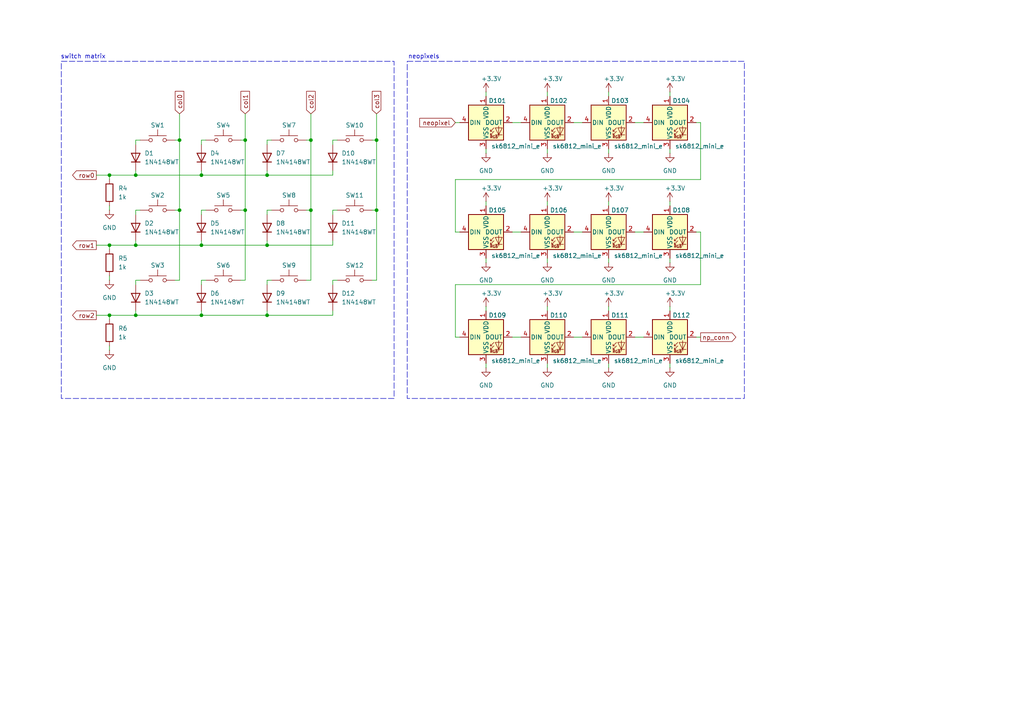
<source format=kicad_sch>
(kicad_sch (version 20231120) (generator "eeschema") (generator_version "8.0")
  (paper "A4")
  (title_block (title "Hackpad Newton") (date "2024-09-15") (rev "0.0.1"))
  (lib_symbols
    (symbol "Device:D" (pin_numbers hide) (pin_names (offset 1.016) hide)
      (property "Reference" "D" (at 0 2.54 0))
      (property "Value" "D" (at 0 -2.54 0))
      (symbol "D_0_1"
        (polyline (pts (xy -1.27 1.27) (xy -1.27 -1.27)) (stroke (width 0.254)))
        (polyline (pts (xy 1.27 0) (xy -1.27 0)))
        (polyline (pts (xy 1.27 1.27) (xy 1.27 -1.27) (xy -1.27 0) (xy 1.27 1.27)) (stroke (width 0.254)))
      )
      (symbol "D_1_1"
        (pin passive line (at -3.81 0 0) (length 2.54) (name "K") (number "1"))
        (pin passive line (at 3.81 0 180) (length 2.54) (name "A") (number "2"))
      )
    )
    (symbol "Device:R" (pin_numbers hide) (pin_names (offset 0))
      (property "Reference" "R" (at 2.032 0 90))
      (property "Value" "R" (at 0 0 90))
      (symbol "R_0_1"
        (rectangle (start -1.016 -2.54) (end 1.016 2.54) (stroke (width 0.254)))
      )
      (symbol "R_1_1"
        (pin passive line (at 0 3.81 270) (length 1.27) (name "~") (number "1"))
        (pin passive line (at 0 -3.81 90) (length 1.27) (name "~") (number "2"))
      )
    )
    (symbol "Switch:SW_Push" (pin_numbers hide) (pin_names (offset 1.016) hide)
      (property "Reference" "SW" (at 1.27 2.54 0))
      (property "Value" "SW_Push" (at 0 -1.524 0))
      (symbol "SW_Push_0_1"
        (circle (center -2.032 0) (radius 0.508))
        (polyline (pts (xy 0 1.27) (xy 0 3.048)))
        (polyline (pts (xy 2.54 1.27) (xy -2.54 1.27)))
        (circle (center 2.032 0) (radius 0.508))
        (pin passive line (at -5.08 0 0) (length 2.54) (name "1") (number "1"))
        (pin passive line (at 5.08 0 180) (length 2.54) (name "2") (number "2"))
      )
    )
    (symbol "neopixel_sk6812_mini_e:sk6812_mini_e" (pin_names (offset 0.254))
      (property "Reference" "D" (at 5.08 5.715 0))
      (property "Value" "sk6812_mini_e" (at 1.27 -5.715 0))
      (symbol "sk6812_mini_e_0_0"
        (text "RGB" (at 2.286 -4.191 0) (effects (font (size 0.762 0.762))))
      )
      (symbol "sk6812_mini_e_0_1"
        (polyline (pts (xy 1.27 -3.556) (xy 1.778 -3.556)))
        (polyline (pts (xy 1.27 -2.54) (xy 1.778 -2.54)))
        (polyline (pts (xy 4.699 -3.556) (xy 2.667 -3.556)))
        (polyline (pts (xy 2.286 -2.54) (xy 1.27 -3.556) (xy 1.27 -3.048)))
        (polyline (pts (xy 2.286 -1.524) (xy 1.27 -2.54) (xy 1.27 -2.032)))
        (polyline (pts (xy 3.683 -1.016) (xy 3.683 -3.556) (xy 3.683 -4.064)))
        (polyline (pts (xy 4.699 -1.524) (xy 2.667 -1.524) (xy 3.683 -3.556) (xy 4.699 -1.524)))
        (rectangle (start 5.08 5.08) (end -5.08 -5.08) (stroke (width 0.254)) (fill (type background)))
      )
      (symbol "sk6812_mini_e_1_1"
        (pin power_in line (at 0 7.62 270) (length 2.54) (name "VDD") (number "1"))
        (pin output line (at 7.62 0 180) (length 2.54) (name "DOUT") (number "2"))
        (pin power_in line (at 0 -7.62 90) (length 2.54) (name "VSS") (number "3"))
        (pin input line (at -7.62 0 0) (length 2.54) (name "DIN") (number "4"))
      )
    )
    (symbol "power:+3.3V" (power) (pin_numbers hide) (pin_names (offset 0) hide)
      (property "Value" "+3.3V" (at 0 3.556 0))
      (symbol "+3.3V_0_1"
        (polyline (pts (xy -0.762 1.27) (xy 0 2.54)))
        (polyline (pts (xy 0 0) (xy 0 2.54)))
        (polyline (pts (xy 0 2.54) (xy 0.762 1.27)))
      )
      (symbol "+3.3V_1_1"
        (pin power_in line (at 0 0 90) (length 0) (name "~") (number "1"))
      )
    )
    (symbol "power:GND" (power) (pin_numbers hide) (pin_names (offset 0) hide)
      (property "Value" "GND" (at 0 -3.81 0))
      (symbol "GND_0_1"
        (polyline (pts (xy 0 0) (xy 0 -1.27) (xy 1.27 -1.27) (xy 0 -2.54) (xy -1.27 -1.27) (xy 0 -1.27)))
      )
      (symbol "GND_1_1"
        (pin power_in line (at 0 0 270) (length 0) (name "~") (number "1"))
      )
    )
  )
  (junction (at 39.37 50.8))
  (junction (at 109.22 60.96))
  (junction (at 31.75 91.44))
  (junction (at 77.47 50.8))
  (junction (at 39.37 91.44))
  (junction (at 39.37 71.12))
  (junction (at 31.75 71.12))
  (junction (at 77.47 91.44))
  (junction (at 71.12 40.64))
  (junction (at 109.22 40.64))
  (junction (at 58.42 50.8))
  (junction (at 90.17 40.64))
  (junction (at 90.17 60.96))
  (junction (at 71.12 60.96))
  (junction (at 58.42 71.12))
  (junction (at 52.07 40.64))
  (junction (at 31.75 50.8))
  (junction (at 77.47 71.12))
  (junction (at 52.07 60.96))
  (junction (at 58.42 91.44))
  (wire (pts (xy 39.37 90.17) (xy 39.37 91.44)))
  (wire (pts (xy 140.97 74.93) (xy 140.97 76.2)))
  (wire (pts (xy 50.8 81.28) (xy 52.07 81.28)))
  (wire (pts (xy 132.08 52.07) (xy 203.2 52.07)))
  (wire (pts (xy 50.8 60.96) (xy 52.07 60.96)))
  (wire (pts (xy 158.75 105.41) (xy 158.75 106.68)))
  (wire (pts (xy 109.22 40.64) (xy 109.22 60.96)))
  (wire (pts (xy 96.52 69.85) (xy 96.52 71.12)))
  (wire (pts (xy 166.37 67.31) (xy 168.91 67.31)))
  (wire (pts (xy 58.42 90.17) (xy 58.42 91.44)))
  (wire (pts (xy 52.07 33.02) (xy 52.07 40.64)))
  (wire (pts (xy 78.74 40.64) (xy 77.47 40.64)))
  (wire (pts (xy 39.37 71.12) (xy 58.42 71.12)))
  (wire (pts (xy 31.75 91.44) (xy 31.75 92.71)))
  (wire (pts (xy 158.75 43.18) (xy 158.75 44.45)))
  (wire (pts (xy 132.08 97.79) (xy 133.35 97.79)))
  (wire (pts (xy 109.22 60.96) (xy 109.22 81.28)))
  (wire (pts (xy 77.47 69.85) (xy 77.47 71.12)))
  (wire (pts (xy 71.12 60.96) (xy 71.12 81.28)))
  (wire (pts (xy 203.2 67.31) (xy 203.2 82.55)))
  (wire (pts (xy 90.17 40.64) (xy 90.17 60.96)))
  (wire (pts (xy 58.42 81.28) (xy 58.42 82.55)))
  (wire (pts (xy 39.37 50.8) (xy 58.42 50.8)))
  (wire (pts (xy 31.75 71.12) (xy 39.37 71.12)))
  (wire (pts (xy 97.79 81.28) (xy 96.52 81.28)))
  (wire (pts (xy 58.42 71.12) (xy 77.47 71.12)))
  (wire (pts (xy 39.37 49.53) (xy 39.37 50.8)))
  (wire (pts (xy 132.08 35.56) (xy 133.35 35.56)))
  (wire (pts (xy 158.75 58.42) (xy 158.75 59.69)))
  (wire (pts (xy 69.85 40.64) (xy 71.12 40.64)))
  (wire (pts (xy 69.85 81.28) (xy 71.12 81.28)))
  (wire (pts (xy 39.37 81.28) (xy 39.37 82.55)))
  (wire (pts (xy 58.42 40.64) (xy 58.42 41.91)))
  (wire (pts (xy 69.85 60.96) (xy 71.12 60.96)))
  (wire (pts (xy 58.42 91.44) (xy 77.47 91.44)))
  (wire (pts (xy 96.52 60.96) (xy 96.52 62.23)))
  (wire (pts (xy 184.15 97.79) (xy 186.69 97.79)))
  (wire (pts (xy 59.69 40.64) (xy 58.42 40.64)))
  (wire (pts (xy 78.74 81.28) (xy 77.47 81.28)))
  (wire (pts (xy 158.75 88.9) (xy 158.75 90.17)))
  (wire (pts (xy 96.52 90.17) (xy 96.52 91.44)))
  (wire (pts (xy 203.2 97.79) (xy 201.93 97.79)))
  (wire (pts (xy 90.17 60.96) (xy 90.17 81.28)))
  (wire (pts (xy 132.08 67.31) (xy 133.35 67.31)))
  (wire (pts (xy 140.97 58.42) (xy 140.97 59.69)))
  (wire (pts (xy 58.42 69.85) (xy 58.42 71.12)))
  (wire (pts (xy 194.31 43.18) (xy 194.31 44.45)))
  (wire (pts (xy 52.07 60.96) (xy 52.07 81.28)))
  (wire (pts (xy 194.31 88.9) (xy 194.31 90.17)))
  (wire (pts (xy 31.75 100.33) (xy 31.75 101.6)))
  (wire (pts (xy 50.8 40.64) (xy 52.07 40.64)))
  (wire (pts (xy 107.95 81.28) (xy 109.22 81.28)))
  (wire (pts (xy 158.75 26.67) (xy 158.75 27.94)))
  (wire (pts (xy 140.97 105.41) (xy 140.97 106.68)))
  (wire (pts (xy 184.15 35.56) (xy 186.69 35.56)))
  (wire (pts (xy 107.95 60.96) (xy 109.22 60.96)))
  (wire (pts (xy 77.47 50.8) (xy 96.52 50.8)))
  (wire (pts (xy 107.95 40.64) (xy 109.22 40.64)))
  (wire (pts (xy 166.37 35.56) (xy 168.91 35.56)))
  (wire (pts (xy 77.47 90.17) (xy 77.47 91.44)))
  (wire (pts (xy 31.75 59.69) (xy 31.75 60.96)))
  (wire (pts (xy 203.2 35.56) (xy 201.93 35.56)))
  (wire (pts (xy 77.47 49.53) (xy 77.47 50.8)))
  (wire (pts (xy 176.53 58.42) (xy 176.53 59.69)))
  (wire (pts (xy 97.79 60.96) (xy 96.52 60.96)))
  (wire (pts (xy 27.94 50.8) (xy 31.75 50.8)))
  (wire (pts (xy 96.52 81.28) (xy 96.52 82.55)))
  (wire (pts (xy 58.42 49.53) (xy 58.42 50.8)))
  (wire (pts (xy 31.75 80.01) (xy 31.75 81.28)))
  (wire (pts (xy 58.42 60.96) (xy 58.42 62.23)))
  (wire (pts (xy 166.37 97.79) (xy 168.91 97.79)))
  (wire (pts (xy 39.37 60.96) (xy 39.37 62.23)))
  (wire (pts (xy 176.53 105.41) (xy 176.53 106.68)))
  (wire (pts (xy 158.75 74.93) (xy 158.75 76.2)))
  (wire (pts (xy 194.31 26.67) (xy 194.31 27.94)))
  (wire (pts (xy 176.53 26.67) (xy 176.53 27.94)))
  (wire (pts (xy 31.75 50.8) (xy 39.37 50.8)))
  (wire (pts (xy 194.31 105.41) (xy 194.31 106.68)))
  (wire (pts (xy 140.97 88.9) (xy 140.97 90.17)))
  (wire (pts (xy 77.47 71.12) (xy 96.52 71.12)))
  (wire (pts (xy 39.37 91.44) (xy 58.42 91.44)))
  (wire (pts (xy 176.53 74.93) (xy 176.53 76.2)))
  (wire (pts (xy 39.37 40.64) (xy 39.37 41.91)))
  (wire (pts (xy 140.97 43.18) (xy 140.97 44.45)))
  (wire (pts (xy 71.12 40.64) (xy 71.12 60.96)))
  (wire (pts (xy 71.12 33.02) (xy 71.12 40.64)))
  (wire (pts (xy 203.2 52.07) (xy 203.2 35.56)))
  (wire (pts (xy 132.08 67.31) (xy 132.08 52.07)))
  (wire (pts (xy 40.64 60.96) (xy 39.37 60.96)))
  (wire (pts (xy 59.69 81.28) (xy 58.42 81.28)))
  (wire (pts (xy 31.75 71.12) (xy 31.75 72.39)))
  (wire (pts (xy 148.59 35.56) (xy 151.13 35.56)))
  (wire (pts (xy 176.53 43.18) (xy 176.53 44.45)))
  (wire (pts (xy 77.47 60.96) (xy 77.47 62.23)))
  (wire (pts (xy 31.75 91.44) (xy 39.37 91.44)))
  (wire (pts (xy 52.07 40.64) (xy 52.07 60.96)))
  (wire (pts (xy 90.17 33.02) (xy 90.17 40.64)))
  (wire (pts (xy 176.53 88.9) (xy 176.53 90.17)))
  (wire (pts (xy 148.59 97.79) (xy 151.13 97.79)))
  (wire (pts (xy 39.37 69.85) (xy 39.37 71.12)))
  (wire (pts (xy 27.94 71.12) (xy 31.75 71.12)))
  (wire (pts (xy 40.64 81.28) (xy 39.37 81.28)))
  (wire (pts (xy 96.52 40.64) (xy 96.52 41.91)))
  (wire (pts (xy 40.64 40.64) (xy 39.37 40.64)))
  (wire (pts (xy 77.47 40.64) (xy 77.47 41.91)))
  (wire (pts (xy 88.9 40.64) (xy 90.17 40.64)))
  (wire (pts (xy 203.2 82.55) (xy 132.08 82.55)))
  (wire (pts (xy 148.59 67.31) (xy 151.13 67.31)))
  (wire (pts (xy 78.74 60.96) (xy 77.47 60.96)))
  (wire (pts (xy 58.42 50.8) (xy 77.47 50.8)))
  (wire (pts (xy 27.94 91.44) (xy 31.75 91.44)))
  (wire (pts (xy 77.47 91.44) (xy 96.52 91.44)))
  (wire (pts (xy 88.9 60.96) (xy 90.17 60.96)))
  (wire (pts (xy 203.2 67.31) (xy 201.93 67.31)))
  (wire (pts (xy 77.47 81.28) (xy 77.47 82.55)))
  (wire (pts (xy 88.9 81.28) (xy 90.17 81.28)))
  (wire (pts (xy 132.08 82.55) (xy 132.08 97.79)))
  (wire (pts (xy 31.75 50.8) (xy 31.75 52.07)))
  (wire (pts (xy 184.15 67.31) (xy 186.69 67.31)))
  (wire (pts (xy 140.97 26.67) (xy 140.97 27.94)))
  (wire (pts (xy 109.22 33.02) (xy 109.22 40.64)))
  (wire (pts (xy 97.79 40.64) (xy 96.52 40.64)))
  (wire (pts (xy 96.52 49.53) (xy 96.52 50.8)))
  (wire (pts (xy 194.31 74.93) (xy 194.31 76.2)))
  (wire (pts (xy 59.69 60.96) (xy 58.42 60.96)))
  (wire (pts (xy 194.31 58.42) (xy 194.31 59.69)))
  (rectangle (start 17.78 17.78) (end 114.3 115.57) (stroke (width 0) (type dash)))
  (rectangle (start 118.11 17.78) (end 215.9 115.57) (stroke (width 0) (type dash)))
  (text "neopixels" (at 122.936 16.51 0) (effects (font (size 1.27 1.27))))
  (text "switch matrix" (at 24.13 16.51 0) (effects (font (size 1.27 1.27))))
  (global_label "row1" (shape output) (at 27.94 71.12 180) (property "Intersheetrefs" "${INTERSHEET_REFS}" (effects (hide yes))))
  (global_label "row2" (shape output) (at 27.94 91.44 180) (property "Intersheetrefs" "${INTERSHEET_REFS}" (effects (hide yes))))
  (global_label "np_conn" (shape output) (at 203.2 97.79 0) (property "Intersheetrefs" "${INTERSHEET_REFS}" (effects (hide yes))))
  (global_label "row0" (shape output) (at 27.94 50.8 180) (property "Intersheetrefs" "${INTERSHEET_REFS}" (effects (hide yes))))
  (global_label "col1" (shape input) (at 71.12 33.02 90) (property "Intersheetrefs" "${INTERSHEET_REFS}" (effects (hide yes))))
  (global_label "col2" (shape input) (at 90.17 33.02 90) (property "Intersheetrefs" "${INTERSHEET_REFS}" (effects (hide yes))))
  (global_label "col0" (shape input) (at 52.07 33.02 90) (property "Intersheetrefs" "${INTERSHEET_REFS}" (effects (hide yes))))
  (global_label "col3" (shape input) (at 109.22 33.02 90) (property "Intersheetrefs" "${INTERSHEET_REFS}" (effects (hide yes))))
  (global_label "neopixel" (shape input) (at 132.08 35.56 180) (property "Intersheetrefs" "${INTERSHEET_REFS}" (effects (hide yes))))
  (symbol (lib_id "Switch:SW_Push") (at 45.72 60.96 0) (unit 1)
    (property "Reference" "SW2" (at 45.72 56.642 0))
    (property "Value" "Cherry MX Red Silent" (effects (hide yes)))
    (property "Footprint" "kailh_mx:SW_Cherry_MX_PCB" (effects (hide yes)))
    (property "Description" "Push button switch, generic, two pins" (effects (hide yes)))
  )
  (symbol (lib_id "power:+3.3V") (at 158.75 26.67 0) (unit 1)
    (property "Reference" "#PWR031" (effects (hide yes)))
    (property "Value" "+3.3V" (at 160.274 22.86 0))
    (property "Description" "Power symbol creates a global label with name \"+3.3V\"" (effects (hide yes)))
  )
  (symbol (lib_id "power:GND") (at 140.97 44.45 0) (unit 1)
    (property "Reference" "#PWR010" (effects (hide yes)))
    (property "Value" "GND" (at 140.97 49.53 0))
    (property "Description" "Power symbol creates a global label with name \"GND\" , ground" (effects (hide yes)))
  )
  (symbol (lib_id "Device:D") (at 39.37 66.04 90) (unit 1)
    (property "Reference" "D2" (at 41.91 64.7699 90) (effects (justify right)))
    (property "Value" "1N4148WT" (at 41.91 67.3099 90) (effects (justify right)))
    (property "Footprint" "Diode_SMD:D_SOD-523" (effects (hide yes)))
    (property "Description" "Diode" (effects (hide yes)))
    (property "Sim.Device" "D" (effects (hide yes)))
    (property "Sim.Pins" "1=K 2=A" (effects (hide yes)))
  )
  (symbol (lib_id "neopixel_sk6812_mini_e:sk6812_mini_e") (at 194.31 67.31 0) (unit 1)
    (property "Reference" "D108" (at 197.612 60.96 0))
    (property "Value" "sk6812_mini_e" (at 202.946 74.168 0))
    (property "Footprint" "neopixel_sk6812_mini_e:sk6812_mini_e" (effects (hide yes)))
    (property "Datasheet" "https://cdn-shop.adafruit.com/product-files/4960/4960_SK6812MINI-E_REV02_EN.pdf" (effects (hide yes)))
    (property "Description" "RGB LED with integrated controller" (effects (hide yes)))
  )
  (symbol (lib_id "Switch:SW_Push") (at 83.82 81.28 0) (unit 1)
    (property "Reference" "SW9" (at 83.82 76.962 0))
    (property "Value" "Cherry MX Red Silent" (effects (hide yes)))
    (property "Footprint" "kailh_mx:SW_Cherry_MX_PCB" (effects (hide yes)))
    (property "Description" "Push button switch, generic, two pins" (effects (hide yes)))
  )
  (symbol (lib_id "Device:D") (at 39.37 86.36 90) (unit 1)
    (property "Reference" "D3" (at 41.91 85.0899 90) (effects (justify right)))
    (property "Value" "1N4148WT" (at 41.91 87.6299 90) (effects (justify right)))
    (property "Footprint" "Diode_SMD:D_SOD-523" (effects (hide yes)))
    (property "Description" "Diode" (effects (hide yes)))
    (property "Sim.Device" "D" (effects (hide yes)))
    (property "Sim.Pins" "1=K 2=A" (effects (hide yes)))
  )
  (symbol (lib_id "power:+3.3V") (at 176.53 58.42 0) (unit 1)
    (property "Reference" "#PWR013" (effects (hide yes)))
    (property "Value" "+3.3V" (at 178.054 54.61 0))
    (property "Description" "Power symbol creates a global label with name \"+3.3V\"" (effects (hide yes)))
  )
  (symbol (lib_id "power:GND") (at 158.75 106.68 0) (unit 1)
    (property "Reference" "#PWR027" (effects (hide yes)))
    (property "Value" "GND" (at 158.75 111.76 0))
    (property "Description" "Power symbol creates a global label with name \"GND\" , ground" (effects (hide yes)))
  )
  (symbol (lib_id "power:+3.3V") (at 158.75 58.42 0) (unit 1)
    (property "Reference" "#PWR012" (effects (hide yes)))
    (property "Value" "+3.3V" (at 160.274 54.61 0))
    (property "Description" "Power symbol creates a global label with name \"+3.3V\"" (effects (hide yes)))
  )
  (symbol (lib_id "power:+3.3V") (at 140.97 58.42 0) (unit 1)
    (property "Reference" "#PWR011" (effects (hide yes)))
    (property "Value" "+3.3V" (at 142.494 54.61 0))
    (property "Description" "Power symbol creates a global label with name \"+3.3V\"" (effects (hide yes)))
  )
  (symbol (lib_id "power:GND") (at 194.31 106.68 0) (unit 1)
    (property "Reference" "#PWR029" (effects (hide yes)))
    (property "Value" "GND" (at 194.31 111.76 0))
    (property "Description" "Power symbol creates a global label with name \"GND\" , ground" (effects (hide yes)))
  )
  (symbol (lib_id "power:+3.3V") (at 194.31 88.9 0) (unit 1)
    (property "Reference" "#PWR018" (effects (hide yes)))
    (property "Value" "+3.3V" (at 195.834 85.09 0))
    (property "Description" "Power symbol creates a global label with name \"+3.3V\"" (effects (hide yes)))
  )
  (symbol (lib_id "neopixel_sk6812_mini_e:sk6812_mini_e") (at 158.75 67.31 0) (unit 1)
    (property "Reference" "D106" (at 162.052 60.96 0))
    (property "Value" "sk6812_mini_e" (at 167.386 74.168 0))
    (property "Footprint" "neopixel_sk6812_mini_e:sk6812_mini_e" (effects (hide yes)))
    (property "Datasheet" "https://cdn-shop.adafruit.com/product-files/4960/4960_SK6812MINI-E_REV02_EN.pdf" (effects (hide yes)))
    (property "Description" "RGB LED with integrated controller" (effects (hide yes)))
  )
  (symbol (lib_id "Device:R") (at 31.75 96.52 0) (unit 1)
    (property "Reference" "R6" (at 34.29 95.2499 0) (effects (justify left)))
    (property "Value" "1k" (at 34.29 97.7899 0) (effects (justify left)))
    (property "Footprint" "Resistor_SMD:R_0805_2012Metric_Pad1.20x1.40mm_HandSolder" (effects (hide yes)))
    (property "Description" "Resistor" (effects (hide yes)))
  )
  (symbol (lib_id "Device:D") (at 77.47 45.72 90) (unit 1)
    (property "Reference" "D7" (at 80.01 44.4499 90) (effects (justify right)))
    (property "Value" "1N4148WT" (at 80.01 46.9899 90) (effects (justify right)))
    (property "Footprint" "Diode_SMD:D_SOD-523" (effects (hide yes)))
    (property "Description" "Diode" (effects (hide yes)))
    (property "Sim.Device" "D" (effects (hide yes)))
    (property "Sim.Pins" "1=K 2=A" (effects (hide yes)))
  )
  (symbol (lib_id "Device:D") (at 96.52 45.72 90) (unit 1)
    (property "Reference" "D10" (at 99.06 44.4499 90) (effects (justify right)))
    (property "Value" "1N4148WT" (at 99.06 46.9899 90) (effects (justify right)))
    (property "Footprint" "Diode_SMD:D_SOD-523" (effects (hide yes)))
    (property "Description" "Diode" (effects (hide yes)))
    (property "Sim.Device" "D" (effects (hide yes)))
    (property "Sim.Pins" "1=K 2=A" (effects (hide yes)))
  )
  (symbol (lib_id "power:GND") (at 158.75 44.45 0) (unit 1)
    (property "Reference" "#PWR019" (effects (hide yes)))
    (property "Value" "GND" (at 158.75 49.53 0))
    (property "Description" "Power symbol creates a global label with name \"GND\" , ground" (effects (hide yes)))
  )
  (symbol (lib_id "power:GND") (at 140.97 106.68 0) (unit 1)
    (property "Reference" "#PWR026" (effects (hide yes)))
    (property "Value" "GND" (at 140.97 111.76 0))
    (property "Description" "Power symbol creates a global label with name \"GND\" , ground" (effects (hide yes)))
  )
  (symbol (lib_id "power:+3.3V") (at 140.97 88.9 0) (unit 1)
    (property "Reference" "#PWR015" (effects (hide yes)))
    (property "Value" "+3.3V" (at 142.494 85.09 0))
    (property "Description" "Power symbol creates a global label with name \"+3.3V\"" (effects (hide yes)))
  )
  (symbol (lib_id "Switch:SW_Push") (at 64.77 81.28 0) (unit 1)
    (property "Reference" "SW6" (at 64.77 76.962 0))
    (property "Value" "Cherry MX Red Silent" (effects (hide yes)))
    (property "Footprint" "kailh_mx:SW_Cherry_MX_PCB" (effects (hide yes)))
    (property "Description" "Push button switch, generic, two pins" (effects (hide yes)))
  )
  (symbol (lib_id "Switch:SW_Push") (at 45.72 40.64 0) (unit 1)
    (property "Reference" "SW1" (at 45.72 36.322 0))
    (property "Value" "Cherry MX Red Silent" (effects (hide yes)))
    (property "Footprint" "kailh_mx:SW_Cherry_MX_PCB" (effects (hide yes)))
    (property "Description" "Push button switch, generic, two pins" (effects (hide yes)))
  )
  (symbol (lib_id "neopixel_sk6812_mini_e:sk6812_mini_e") (at 140.97 35.56 0) (unit 1)
    (property "Reference" "D101" (at 144.272 29.21 0))
    (property "Value" "sk6812_mini_e" (at 149.606 42.418 0))
    (property "Footprint" "neopixel_sk6812_mini_e:sk6812_mini_e" (effects (hide yes)))
    (property "Datasheet" "https://cdn-shop.adafruit.com/product-files/4960/4960_SK6812MINI-E_REV02_EN.pdf" (effects (hide yes)))
    (property "Description" "RGB LED with integrated controller" (effects (hide yes)))
  )
  (symbol (lib_id "neopixel_sk6812_mini_e:sk6812_mini_e") (at 194.31 97.79 0) (unit 1)
    (property "Reference" "D112" (at 197.612 91.44 0))
    (property "Value" "sk6812_mini_e" (at 202.946 104.648 0))
    (property "Footprint" "neopixel_sk6812_mini_e:sk6812_mini_e" (effects (hide yes)))
    (property "Datasheet" "https://cdn-shop.adafruit.com/product-files/4960/4960_SK6812MINI-E_REV02_EN.pdf" (effects (hide yes)))
    (property "Description" "RGB LED with integrated controller" (effects (hide yes)))
  )
  (symbol (lib_id "Device:D") (at 77.47 86.36 90) (unit 1)
    (property "Reference" "D9" (at 80.01 85.0899 90) (effects (justify right)))
    (property "Value" "1N4148WT" (at 80.01 87.6299 90) (effects (justify right)))
    (property "Footprint" "Diode_SMD:D_SOD-523" (effects (hide yes)))
    (property "Description" "Diode" (effects (hide yes)))
    (property "Sim.Device" "D" (effects (hide yes)))
    (property "Sim.Pins" "1=K 2=A" (effects (hide yes)))
  )
  (symbol (lib_id "power:+3.3V") (at 140.97 26.67 0) (unit 1)
    (property "Reference" "#PWR030" (effects (hide yes)))
    (property "Value" "+3.3V" (at 142.494 22.86 0))
    (property "Description" "Power symbol creates a global label with name \"+3.3V\"" (effects (hide yes)))
  )
  (symbol (lib_id "power:GND") (at 194.31 76.2 0) (unit 1)
    (property "Reference" "#PWR025" (effects (hide yes)))
    (property "Value" "GND" (at 194.31 81.28 0))
    (property "Description" "Power symbol creates a global label with name \"GND\" , ground" (effects (hide yes)))
  )
  (symbol (lib_id "power:+3.3V") (at 158.75 88.9 0) (unit 1)
    (property "Reference" "#PWR016" (effects (hide yes)))
    (property "Value" "+3.3V" (at 160.274 85.09 0))
    (property "Description" "Power symbol creates a global label with name \"+3.3V\"" (effects (hide yes)))
  )
  (symbol (lib_id "power:GND") (at 31.75 81.28 0) (unit 1)
    (property "Reference" "#PWR043" (effects (hide yes)))
    (property "Value" "GND" (at 31.75 86.36 0))
    (property "Description" "Power symbol creates a global label with name \"GND\" , ground" (effects (hide yes)))
  )
  (symbol (lib_id "Device:D") (at 39.37 45.72 90) (unit 1)
    (property "Reference" "D1" (at 41.91 44.4499 90) (effects (justify right)))
    (property "Value" "1N4148WT" (at 41.91 46.9899 90) (effects (justify right)))
    (property "Footprint" "Diode_SMD:D_SOD-523" (effects (hide yes)))
    (property "Description" "Diode" (effects (hide yes)))
    (property "Sim.Device" "D" (effects (hide yes)))
    (property "Sim.Pins" "1=K 2=A" (effects (hide yes)))
  )
  (symbol (lib_id "power:GND") (at 176.53 76.2 0) (unit 1)
    (property "Reference" "#PWR024" (effects (hide yes)))
    (property "Value" "GND" (at 176.53 81.28 0))
    (property "Description" "Power symbol creates a global label with name \"GND\" , ground" (effects (hide yes)))
  )
  (symbol (lib_id "power:GND") (at 176.53 106.68 0) (unit 1)
    (property "Reference" "#PWR028" (effects (hide yes)))
    (property "Value" "GND" (at 176.53 111.76 0))
    (property "Description" "Power symbol creates a global label with name \"GND\" , ground" (effects (hide yes)))
  )
  (symbol (lib_id "power:GND") (at 31.75 101.6 0) (unit 1)
    (property "Reference" "#PWR042" (effects (hide yes)))
    (property "Value" "GND" (at 31.75 106.68 0))
    (property "Description" "Power symbol creates a global label with name \"GND\" , ground" (effects (hide yes)))
  )
  (symbol (lib_id "neopixel_sk6812_mini_e:sk6812_mini_e") (at 158.75 97.79 0) (unit 1)
    (property "Reference" "D110" (at 162.052 91.44 0))
    (property "Value" "sk6812_mini_e" (at 167.386 104.648 0))
    (property "Footprint" "neopixel_sk6812_mini_e:sk6812_mini_e" (effects (hide yes)))
    (property "Datasheet" "https://cdn-shop.adafruit.com/product-files/4960/4960_SK6812MINI-E_REV02_EN.pdf" (effects (hide yes)))
    (property "Description" "RGB LED with integrated controller" (effects (hide yes)))
  )
  (symbol (lib_id "Switch:SW_Push") (at 102.87 60.96 0) (unit 1)
    (property "Reference" "SW11" (at 102.87 56.642 0))
    (property "Value" "Cherry MX Red Silent" (effects (hide yes)))
    (property "Footprint" "kailh_mx:SW_Cherry_MX_PCB" (effects (hide yes)))
    (property "Description" "Push button switch, generic, two pins" (effects (hide yes)))
  )
  (symbol (lib_id "power:+3.3V") (at 194.31 26.67 0) (unit 1)
    (property "Reference" "#PWR033" (effects (hide yes)))
    (property "Value" "+3.3V" (at 195.834 22.86 0))
    (property "Description" "Power symbol creates a global label with name \"+3.3V\"" (effects (hide yes)))
  )
  (symbol (lib_id "Device:D") (at 96.52 66.04 90) (unit 1)
    (property "Reference" "D11" (at 99.06 64.7699 90) (effects (justify right)))
    (property "Value" "1N4148WT" (at 99.06 67.3099 90) (effects (justify right)))
    (property "Footprint" "Diode_SMD:D_SOD-523" (effects (hide yes)))
    (property "Description" "Diode" (effects (hide yes)))
    (property "Sim.Device" "D" (effects (hide yes)))
    (property "Sim.Pins" "1=K 2=A" (effects (hide yes)))
  )
  (symbol (lib_id "Switch:SW_Push") (at 45.72 81.28 0) (unit 1)
    (property "Reference" "SW3" (at 45.72 76.962 0))
    (property "Value" "Cherry MX Red Silent" (effects (hide yes)))
    (property "Footprint" "kailh_mx:SW_Cherry_MX_PCB" (effects (hide yes)))
    (property "Description" "Push button switch, generic, two pins" (effects (hide yes)))
  )
  (symbol (lib_id "power:GND") (at 140.97 76.2 0) (unit 1)
    (property "Reference" "#PWR022" (effects (hide yes)))
    (property "Value" "GND" (at 140.97 81.28 0))
    (property "Description" "Power symbol creates a global label with name \"GND\" , ground" (effects (hide yes)))
  )
  (symbol (lib_id "power:GND") (at 194.31 44.45 0) (unit 1)
    (property "Reference" "#PWR021" (effects (hide yes)))
    (property "Value" "GND" (at 194.31 49.53 0))
    (property "Description" "Power symbol creates a global label with name \"GND\" , ground" (effects (hide yes)))
  )
  (symbol (lib_id "Device:D") (at 58.42 45.72 90) (unit 1)
    (property "Reference" "D4" (at 60.96 44.4499 90) (effects (justify right)))
    (property "Value" "1N4148WT" (at 60.96 46.9899 90) (effects (justify right)))
    (property "Footprint" "Diode_SMD:D_SOD-523" (effects (hide yes)))
    (property "Description" "Diode" (effects (hide yes)))
    (property "Sim.Device" "D" (effects (hide yes)))
    (property "Sim.Pins" "1=K 2=A" (effects (hide yes)))
  )
  (symbol (lib_id "Device:D") (at 58.42 86.36 90) (unit 1)
    (property "Reference" "D6" (at 60.96 85.0899 90) (effects (justify right)))
    (property "Value" "1N4148WT" (at 60.96 87.6299 90) (effects (justify right)))
    (property "Footprint" "Diode_SMD:D_SOD-523" (effects (hide yes)))
    (property "Description" "Diode" (effects (hide yes)))
    (property "Sim.Device" "D" (effects (hide yes)))
    (property "Sim.Pins" "1=K 2=A" (effects (hide yes)))
  )
  (symbol (lib_id "neopixel_sk6812_mini_e:sk6812_mini_e") (at 140.97 97.79 0) (unit 1)
    (property "Reference" "D109" (at 144.272 91.44 0))
    (property "Value" "sk6812_mini_e" (at 149.606 104.648 0))
    (property "Footprint" "neopixel_sk6812_mini_e:sk6812_mini_e" (effects (hide yes)))
    (property "Datasheet" "https://cdn-shop.adafruit.com/product-files/4960/4960_SK6812MINI-E_REV02_EN.pdf" (effects (hide yes)))
    (property "Description" "RGB LED with integrated controller" (effects (hide yes)))
  )
  (symbol (lib_id "Switch:SW_Push") (at 102.87 81.28 0) (unit 1)
    (property "Reference" "SW12" (at 102.87 76.962 0))
    (property "Value" "Cherry MX Red Silent" (effects (hide yes)))
    (property "Footprint" "kailh_mx:SW_Cherry_MX_PCB" (effects (hide yes)))
    (property "Description" "Push button switch, generic, two pins" (effects (hide yes)))
  )
  (symbol (lib_id "Device:D") (at 58.42 66.04 90) (unit 1)
    (property "Reference" "D5" (at 60.96 64.7699 90) (effects (justify right)))
    (property "Value" "1N4148WT" (at 60.96 67.3099 90) (effects (justify right)))
    (property "Footprint" "Diode_SMD:D_SOD-523" (effects (hide yes)))
    (property "Description" "Diode" (effects (hide yes)))
    (property "Sim.Device" "D" (effects (hide yes)))
    (property "Sim.Pins" "1=K 2=A" (effects (hide yes)))
  )
  (symbol (lib_id "neopixel_sk6812_mini_e:sk6812_mini_e") (at 176.53 35.56 0) (unit 1)
    (property "Reference" "D103" (at 179.832 29.21 0))
    (property "Value" "sk6812_mini_e" (at 185.166 42.418 0))
    (property "Footprint" "neopixel_sk6812_mini_e:sk6812_mini_e" (effects (hide yes)))
    (property "Datasheet" "https://cdn-shop.adafruit.com/product-files/4960/4960_SK6812MINI-E_REV02_EN.pdf" (effects (hide yes)))
    (property "Description" "RGB LED with integrated controller" (effects (hide yes)))
  )
  (symbol (lib_id "neopixel_sk6812_mini_e:sk6812_mini_e") (at 158.75 35.56 0) (unit 1)
    (property "Reference" "D102" (at 162.052 29.21 0))
    (property "Value" "sk6812_mini_e" (at 167.386 42.418 0))
    (property "Footprint" "neopixel_sk6812_mini_e:sk6812_mini_e" (effects (hide yes)))
    (property "Datasheet" "https://cdn-shop.adafruit.com/product-files/4960/4960_SK6812MINI-E_REV02_EN.pdf" (effects (hide yes)))
    (property "Description" "RGB LED with integrated controller" (effects (hide yes)))
  )
  (symbol (lib_id "Device:D") (at 96.52 86.36 90) (unit 1)
    (property "Reference" "D12" (at 99.06 85.0899 90) (effects (justify right)))
    (property "Value" "1N4148WT" (at 99.06 87.6299 90) (effects (justify right)))
    (property "Footprint" "Diode_SMD:D_SOD-523" (effects (hide yes)))
    (property "Description" "Diode" (effects (hide yes)))
    (property "Sim.Device" "D" (effects (hide yes)))
    (property "Sim.Pins" "1=K 2=A" (effects (hide yes)))
  )
  (symbol (lib_id "neopixel_sk6812_mini_e:sk6812_mini_e") (at 176.53 67.31 0) (unit 1)
    (property "Reference" "D107" (at 179.832 60.96 0))
    (property "Value" "sk6812_mini_e" (at 185.166 74.168 0))
    (property "Footprint" "neopixel_sk6812_mini_e:sk6812_mini_e" (effects (hide yes)))
    (property "Datasheet" "https://cdn-shop.adafruit.com/product-files/4960/4960_SK6812MINI-E_REV02_EN.pdf" (effects (hide yes)))
    (property "Description" "RGB LED with integrated controller" (effects (hide yes)))
  )
  (symbol (lib_id "Switch:SW_Push") (at 83.82 40.64 0) (unit 1)
    (property "Reference" "SW7" (at 83.82 36.322 0))
    (property "Value" "Cherry MX Red Silent" (effects (hide yes)))
    (property "Footprint" "kailh_mx:SW_Cherry_MX_PCB" (effects (hide yes)))
    (property "Description" "Push button switch, generic, two pins" (effects (hide yes)))
  )
  (symbol (lib_id "Switch:SW_Push") (at 83.82 60.96 0) (unit 1)
    (property "Reference" "SW8" (at 83.82 56.642 0))
    (property "Value" "Cherry MX Red Silent" (effects (hide yes)))
    (property "Footprint" "kailh_mx:SW_Cherry_MX_PCB" (effects (hide yes)))
    (property "Description" "Push button switch, generic, two pins" (effects (hide yes)))
  )
  (symbol (lib_id "power:GND") (at 158.75 76.2 0) (unit 1)
    (property "Reference" "#PWR023" (effects (hide yes)))
    (property "Value" "GND" (at 158.75 81.28 0))
    (property "Description" "Power symbol creates a global label with name \"GND\" , ground" (effects (hide yes)))
  )
  (symbol (lib_id "Switch:SW_Push") (at 64.77 60.96 0) (unit 1)
    (property "Reference" "SW5" (at 64.77 56.642 0))
    (property "Value" "Cherry MX Red Silent" (effects (hide yes)))
    (property "Footprint" "kailh_mx:SW_Cherry_MX_PCB" (effects (hide yes)))
    (property "Description" "Push button switch, generic, two pins" (effects (hide yes)))
  )
  (symbol (lib_id "neopixel_sk6812_mini_e:sk6812_mini_e") (at 176.53 97.79 0) (unit 1)
    (property "Reference" "D111" (at 179.832 91.44 0))
    (property "Value" "sk6812_mini_e" (at 185.166 104.648 0))
    (property "Footprint" "neopixel_sk6812_mini_e:sk6812_mini_e" (effects (hide yes)))
    (property "Datasheet" "https://cdn-shop.adafruit.com/product-files/4960/4960_SK6812MINI-E_REV02_EN.pdf" (effects (hide yes)))
    (property "Description" "RGB LED with integrated controller" (effects (hide yes)))
  )
  (symbol (lib_id "Device:R") (at 31.75 76.2 0) (unit 1)
    (property "Reference" "R5" (at 34.29 74.9299 0) (effects (justify left)))
    (property "Value" "1k" (at 34.29 77.4699 0) (effects (justify left)))
    (property "Footprint" "Resistor_SMD:R_0805_2012Metric_Pad1.20x1.40mm_HandSolder" (effects (hide yes)))
    (property "Description" "Resistor" (effects (hide yes)))
  )
  (symbol (lib_id "power:GND") (at 31.75 60.96 0) (unit 1)
    (property "Reference" "#PWR044" (effects (hide yes)))
    (property "Value" "GND" (at 31.75 66.04 0))
    (property "Description" "Power symbol creates a global label with name \"GND\" , ground" (effects (hide yes)))
  )
  (symbol (lib_id "power:GND") (at 176.53 44.45 0) (unit 1)
    (property "Reference" "#PWR020" (effects (hide yes)))
    (property "Value" "GND" (at 176.53 49.53 0))
    (property "Description" "Power symbol creates a global label with name \"GND\" , ground" (effects (hide yes)))
  )
  (symbol (lib_id "neopixel_sk6812_mini_e:sk6812_mini_e") (at 140.97 67.31 0) (unit 1)
    (property "Reference" "D105" (at 144.272 60.96 0))
    (property "Value" "sk6812_mini_e" (at 149.606 74.168 0))
    (property "Footprint" "neopixel_sk6812_mini_e:sk6812_mini_e" (effects (hide yes)))
    (property "Datasheet" "https://cdn-shop.adafruit.com/product-files/4960/4960_SK6812MINI-E_REV02_EN.pdf" (effects (hide yes)))
    (property "Description" "RGB LED with integrated controller" (effects (hide yes)))
  )
  (symbol (lib_id "Device:D") (at 77.47 66.04 90) (unit 1)
    (property "Reference" "D8" (at 80.01 64.7699 90) (effects (justify right)))
    (property "Value" "1N4148WT" (at 80.01 67.3099 90) (effects (justify right)))
    (property "Footprint" "Diode_SMD:D_SOD-523" (effects (hide yes)))
    (property "Description" "Diode" (effects (hide yes)))
    (property "Sim.Device" "D" (effects (hide yes)))
    (property "Sim.Pins" "1=K 2=A" (effects (hide yes)))
  )
  (symbol (lib_id "power:+3.3V") (at 176.53 88.9 0) (unit 1)
    (property "Reference" "#PWR017" (effects (hide yes)))
    (property "Value" "+3.3V" (at 178.054 85.09 0))
    (property "Description" "Power symbol creates a global label with name \"+3.3V\"" (effects (hide yes)))
  )
  (symbol (lib_id "power:+3.3V") (at 176.53 26.67 0) (unit 1)
    (property "Reference" "#PWR032" (effects (hide yes)))
    (property "Value" "+3.3V" (at 178.054 22.86 0))
    (property "Description" "Power symbol creates a global label with name \"+3.3V\"" (effects (hide yes)))
  )
  (symbol (lib_id "Switch:SW_Push") (at 102.87 40.64 0) (unit 1)
    (property "Reference" "SW10" (at 102.87 36.322 0))
    (property "Value" "Cherry MX Red Silent" (effects (hide yes)))
    (property "Footprint" "kailh_mx:SW_Cherry_MX_PCB" (effects (hide yes)))
    (property "Description" "Push button switch, generic, two pins" (effects (hide yes)))
  )
  (symbol (lib_id "neopixel_sk6812_mini_e:sk6812_mini_e") (at 194.31 35.56 0) (unit 1)
    (property "Reference" "D104" (at 197.612 29.21 0))
    (property "Value" "sk6812_mini_e" (at 202.946 42.418 0))
    (property "Footprint" "neopixel_sk6812_mini_e:sk6812_mini_e" (effects (hide yes)))
    (property "Datasheet" "https://cdn-shop.adafruit.com/product-files/4960/4960_SK6812MINI-E_REV02_EN.pdf" (effects (hide yes)))
    (property "Description" "RGB LED with integrated controller" (effects (hide yes)))
  )
  (symbol (lib_id "Switch:SW_Push") (at 64.77 40.64 0) (unit 1)
    (property "Reference" "SW4" (at 64.77 36.322 0))
    (property "Value" "Cherry MX Red Silent" (effects (hide yes)))
    (property "Footprint" "kailh_mx:SW_Cherry_MX_PCB" (effects (hide yes)))
    (property "Description" "Push button switch, generic, two pins" (effects (hide yes)))
  )
  (symbol (lib_id "power:+3.3V") (at 194.31 58.42 0) (unit 1)
    (property "Reference" "#PWR014" (effects (hide yes)))
    (property "Value" "+3.3V" (at 195.834 54.61 0))
    (property "Description" "Power symbol creates a global label with name \"+3.3V\"" (effects (hide yes)))
  )
  (symbol (lib_id "Device:R") (at 31.75 55.88 0) (unit 1)
    (property "Reference" "R4" (at 34.29 54.6099 0) (effects (justify left)))
    (property "Value" "1k" (at 34.29 57.1499 0) (effects (justify left)))
    (property "Footprint" "Resistor_SMD:R_0805_2012Metric_Pad1.20x1.40mm_HandSolder" (effects (hide yes)))
    (property "Description" "Resistor" (effects (hide yes)))
  )
)
</source>
